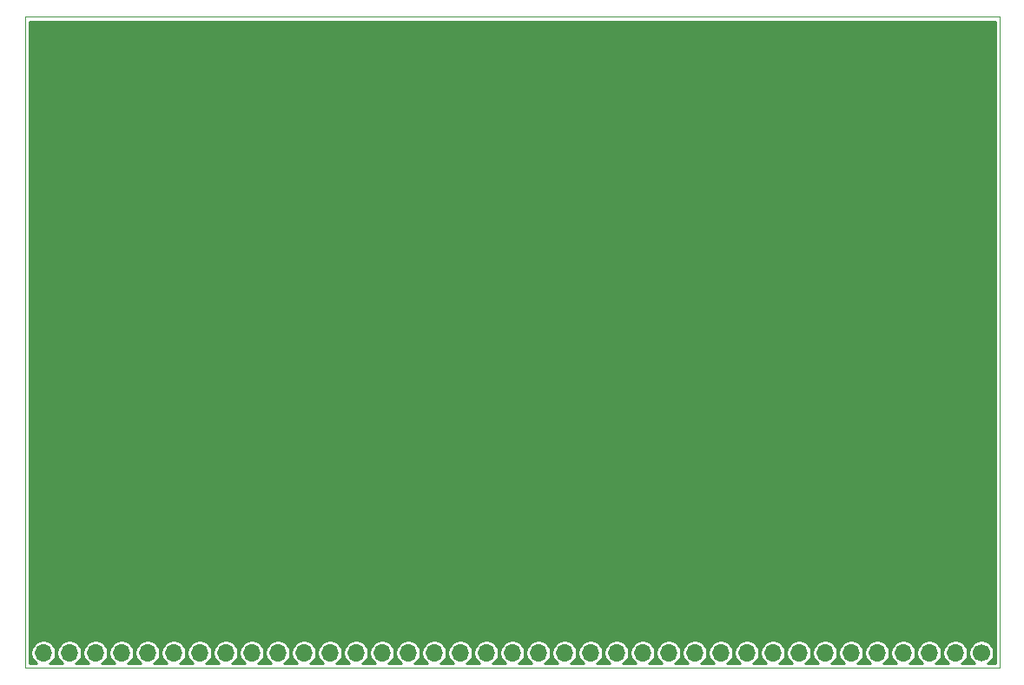
<source format=gbr>
G04 #@! TF.GenerationSoftware,KiCad,Pcbnew,(5.1.5)-3*
G04 #@! TF.CreationDate,2020-05-28T15:20:15-05:00*
G04 #@! TF.ProjectId,37P_TFT_Breakout,3337505f-5446-4545-9f42-7265616b6f75,rev?*
G04 #@! TF.SameCoordinates,Original*
G04 #@! TF.FileFunction,Copper,L2,Bot*
G04 #@! TF.FilePolarity,Positive*
%FSLAX46Y46*%
G04 Gerber Fmt 4.6, Leading zero omitted, Abs format (unit mm)*
G04 Created by KiCad (PCBNEW (5.1.5)-3) date 2020-05-28 15:20:15*
%MOMM*%
%LPD*%
G04 APERTURE LIST*
G04 #@! TA.AperFunction,Profile*
%ADD10C,0.120000*%
G04 #@! TD*
G04 #@! TA.AperFunction,ComponentPad*
%ADD11C,1.700000*%
G04 #@! TD*
G04 #@! TA.AperFunction,ComponentPad*
%ADD12O,1.700000X1.700000*%
G04 #@! TD*
G04 #@! TA.AperFunction,NonConductor*
%ADD13C,0.254000*%
G04 #@! TD*
G04 APERTURE END LIST*
D10*
X197500000Y-70000000D02*
X197500000Y-133500000D01*
X102500000Y-70000000D02*
X197500000Y-70000000D01*
X102500000Y-133500000D02*
X102500000Y-70000000D01*
X102500000Y-133500000D02*
X197500000Y-133500000D01*
D11*
G04 #@! TO.P,J1,1*
G04 #@! TO.N,VSSA*
X195720000Y-132000000D03*
D12*
G04 #@! TO.P,J1,2*
G04 #@! TO.N,VCCA*
X193180000Y-132000000D03*
G04 #@! TO.P,J1,3*
G04 #@! TO.N,VCCB*
X190640000Y-132000000D03*
G04 #@! TO.P,J1,4*
G04 #@! TO.N,LCD_CS*
X188100000Y-132000000D03*
G04 #@! TO.P,J1,5*
G04 #@! TO.N,LCD_DC*
X185560000Y-132000000D03*
G04 #@! TO.P,J1,6*
G04 #@! TO.N,LCD_WR*
X183020000Y-132000000D03*
G04 #@! TO.P,J1,7*
G04 #@! TO.N,LCD_RD*
X180480000Y-132000000D03*
G04 #@! TO.P,J1,8*
G04 #@! TO.N,LCD_RESET*
X177940000Y-132000000D03*
G04 #@! TO.P,J1,9*
G04 #@! TO.N,DB0*
X175400000Y-132000000D03*
G04 #@! TO.P,J1,10*
G04 #@! TO.N,DB1*
X172860000Y-132000000D03*
G04 #@! TO.P,J1,11*
G04 #@! TO.N,DB2*
X170320000Y-132000000D03*
G04 #@! TO.P,J1,12*
G04 #@! TO.N,DB3*
X167780000Y-132000000D03*
G04 #@! TO.P,J1,13*
G04 #@! TO.N,DB4*
X165240000Y-132000000D03*
G04 #@! TO.P,J1,14*
G04 #@! TO.N,DB5*
X162700000Y-132000000D03*
G04 #@! TO.P,J1,15*
G04 #@! TO.N,DB6*
X160160000Y-132000000D03*
G04 #@! TO.P,J1,16*
G04 #@! TO.N,DB7*
X157620000Y-132000000D03*
G04 #@! TO.P,J1,17*
G04 #@! TO.N,DB8*
X155080000Y-132000000D03*
G04 #@! TO.P,J1,18*
G04 #@! TO.N,DB9*
X152540000Y-132000000D03*
G04 #@! TO.P,J1,19*
G04 #@! TO.N,DB10*
X150000000Y-132000000D03*
G04 #@! TO.P,J1,20*
G04 #@! TO.N,DB11*
X147460000Y-132000000D03*
G04 #@! TO.P,J1,21*
G04 #@! TO.N,DB12*
X144920000Y-132000000D03*
G04 #@! TO.P,J1,22*
G04 #@! TO.N,DB13*
X142380000Y-132000000D03*
G04 #@! TO.P,J1,23*
G04 #@! TO.N,DB14*
X139840000Y-132000000D03*
G04 #@! TO.P,J1,24*
G04 #@! TO.N,DB15*
X137300000Y-132000000D03*
G04 #@! TO.P,J1,25*
G04 #@! TO.N,VSSB*
X134760000Y-132000000D03*
G04 #@! TO.P,J1,26*
G04 #@! TO.N,TS_Y-*
X132220000Y-132000000D03*
G04 #@! TO.P,J1,27*
G04 #@! TO.N,TS_X-*
X129680000Y-132000000D03*
G04 #@! TO.P,J1,28*
G04 #@! TO.N,TS_Y+*
X127140000Y-132000000D03*
G04 #@! TO.P,J1,29*
G04 #@! TO.N,TS_X+*
X124600000Y-132000000D03*
G04 #@! TO.P,J1,30*
G04 #@! TO.N,VSSC*
X122060000Y-132000000D03*
G04 #@! TO.P,J1,31*
G04 #@! TO.N,BL_7*
X119520000Y-132000000D03*
G04 #@! TO.P,J1,32*
G04 #@! TO.N,BL_6*
X116980000Y-132000000D03*
G04 #@! TO.P,J1,33*
G04 #@! TO.N,BL_5*
X114440000Y-132000000D03*
G04 #@! TO.P,J1,34*
G04 #@! TO.N,BL_4*
X111900000Y-132000000D03*
G04 #@! TO.P,J1,35*
G04 #@! TO.N,BL_3*
X109360000Y-132000000D03*
G04 #@! TO.P,J1,36*
G04 #@! TO.N,BL_2*
X106820000Y-132000000D03*
G04 #@! TO.P,J1,37*
G04 #@! TO.N,BL_1*
X104280000Y-132000000D03*
G04 #@! TD*
D13*
G36*
X197059001Y-133059000D02*
G01*
X196350836Y-133059000D01*
X196504717Y-132956180D01*
X196676180Y-132784717D01*
X196810898Y-132583097D01*
X196903693Y-132359069D01*
X196951000Y-132121243D01*
X196951000Y-131878757D01*
X196903693Y-131640931D01*
X196810898Y-131416903D01*
X196676180Y-131215283D01*
X196504717Y-131043820D01*
X196303097Y-130909102D01*
X196079069Y-130816307D01*
X195841243Y-130769000D01*
X195598757Y-130769000D01*
X195360931Y-130816307D01*
X195136903Y-130909102D01*
X194935283Y-131043820D01*
X194763820Y-131215283D01*
X194629102Y-131416903D01*
X194536307Y-131640931D01*
X194489000Y-131878757D01*
X194489000Y-132121243D01*
X194536307Y-132359069D01*
X194629102Y-132583097D01*
X194763820Y-132784717D01*
X194935283Y-132956180D01*
X195089164Y-133059000D01*
X193810836Y-133059000D01*
X193964717Y-132956180D01*
X194136180Y-132784717D01*
X194270898Y-132583097D01*
X194363693Y-132359069D01*
X194411000Y-132121243D01*
X194411000Y-131878757D01*
X194363693Y-131640931D01*
X194270898Y-131416903D01*
X194136180Y-131215283D01*
X193964717Y-131043820D01*
X193763097Y-130909102D01*
X193539069Y-130816307D01*
X193301243Y-130769000D01*
X193058757Y-130769000D01*
X192820931Y-130816307D01*
X192596903Y-130909102D01*
X192395283Y-131043820D01*
X192223820Y-131215283D01*
X192089102Y-131416903D01*
X191996307Y-131640931D01*
X191949000Y-131878757D01*
X191949000Y-132121243D01*
X191996307Y-132359069D01*
X192089102Y-132583097D01*
X192223820Y-132784717D01*
X192395283Y-132956180D01*
X192549164Y-133059000D01*
X191270836Y-133059000D01*
X191424717Y-132956180D01*
X191596180Y-132784717D01*
X191730898Y-132583097D01*
X191823693Y-132359069D01*
X191871000Y-132121243D01*
X191871000Y-131878757D01*
X191823693Y-131640931D01*
X191730898Y-131416903D01*
X191596180Y-131215283D01*
X191424717Y-131043820D01*
X191223097Y-130909102D01*
X190999069Y-130816307D01*
X190761243Y-130769000D01*
X190518757Y-130769000D01*
X190280931Y-130816307D01*
X190056903Y-130909102D01*
X189855283Y-131043820D01*
X189683820Y-131215283D01*
X189549102Y-131416903D01*
X189456307Y-131640931D01*
X189409000Y-131878757D01*
X189409000Y-132121243D01*
X189456307Y-132359069D01*
X189549102Y-132583097D01*
X189683820Y-132784717D01*
X189855283Y-132956180D01*
X190009164Y-133059000D01*
X188730836Y-133059000D01*
X188884717Y-132956180D01*
X189056180Y-132784717D01*
X189190898Y-132583097D01*
X189283693Y-132359069D01*
X189331000Y-132121243D01*
X189331000Y-131878757D01*
X189283693Y-131640931D01*
X189190898Y-131416903D01*
X189056180Y-131215283D01*
X188884717Y-131043820D01*
X188683097Y-130909102D01*
X188459069Y-130816307D01*
X188221243Y-130769000D01*
X187978757Y-130769000D01*
X187740931Y-130816307D01*
X187516903Y-130909102D01*
X187315283Y-131043820D01*
X187143820Y-131215283D01*
X187009102Y-131416903D01*
X186916307Y-131640931D01*
X186869000Y-131878757D01*
X186869000Y-132121243D01*
X186916307Y-132359069D01*
X187009102Y-132583097D01*
X187143820Y-132784717D01*
X187315283Y-132956180D01*
X187469164Y-133059000D01*
X186190836Y-133059000D01*
X186344717Y-132956180D01*
X186516180Y-132784717D01*
X186650898Y-132583097D01*
X186743693Y-132359069D01*
X186791000Y-132121243D01*
X186791000Y-131878757D01*
X186743693Y-131640931D01*
X186650898Y-131416903D01*
X186516180Y-131215283D01*
X186344717Y-131043820D01*
X186143097Y-130909102D01*
X185919069Y-130816307D01*
X185681243Y-130769000D01*
X185438757Y-130769000D01*
X185200931Y-130816307D01*
X184976903Y-130909102D01*
X184775283Y-131043820D01*
X184603820Y-131215283D01*
X184469102Y-131416903D01*
X184376307Y-131640931D01*
X184329000Y-131878757D01*
X184329000Y-132121243D01*
X184376307Y-132359069D01*
X184469102Y-132583097D01*
X184603820Y-132784717D01*
X184775283Y-132956180D01*
X184929164Y-133059000D01*
X183650836Y-133059000D01*
X183804717Y-132956180D01*
X183976180Y-132784717D01*
X184110898Y-132583097D01*
X184203693Y-132359069D01*
X184251000Y-132121243D01*
X184251000Y-131878757D01*
X184203693Y-131640931D01*
X184110898Y-131416903D01*
X183976180Y-131215283D01*
X183804717Y-131043820D01*
X183603097Y-130909102D01*
X183379069Y-130816307D01*
X183141243Y-130769000D01*
X182898757Y-130769000D01*
X182660931Y-130816307D01*
X182436903Y-130909102D01*
X182235283Y-131043820D01*
X182063820Y-131215283D01*
X181929102Y-131416903D01*
X181836307Y-131640931D01*
X181789000Y-131878757D01*
X181789000Y-132121243D01*
X181836307Y-132359069D01*
X181929102Y-132583097D01*
X182063820Y-132784717D01*
X182235283Y-132956180D01*
X182389164Y-133059000D01*
X181110836Y-133059000D01*
X181264717Y-132956180D01*
X181436180Y-132784717D01*
X181570898Y-132583097D01*
X181663693Y-132359069D01*
X181711000Y-132121243D01*
X181711000Y-131878757D01*
X181663693Y-131640931D01*
X181570898Y-131416903D01*
X181436180Y-131215283D01*
X181264717Y-131043820D01*
X181063097Y-130909102D01*
X180839069Y-130816307D01*
X180601243Y-130769000D01*
X180358757Y-130769000D01*
X180120931Y-130816307D01*
X179896903Y-130909102D01*
X179695283Y-131043820D01*
X179523820Y-131215283D01*
X179389102Y-131416903D01*
X179296307Y-131640931D01*
X179249000Y-131878757D01*
X179249000Y-132121243D01*
X179296307Y-132359069D01*
X179389102Y-132583097D01*
X179523820Y-132784717D01*
X179695283Y-132956180D01*
X179849164Y-133059000D01*
X178570836Y-133059000D01*
X178724717Y-132956180D01*
X178896180Y-132784717D01*
X179030898Y-132583097D01*
X179123693Y-132359069D01*
X179171000Y-132121243D01*
X179171000Y-131878757D01*
X179123693Y-131640931D01*
X179030898Y-131416903D01*
X178896180Y-131215283D01*
X178724717Y-131043820D01*
X178523097Y-130909102D01*
X178299069Y-130816307D01*
X178061243Y-130769000D01*
X177818757Y-130769000D01*
X177580931Y-130816307D01*
X177356903Y-130909102D01*
X177155283Y-131043820D01*
X176983820Y-131215283D01*
X176849102Y-131416903D01*
X176756307Y-131640931D01*
X176709000Y-131878757D01*
X176709000Y-132121243D01*
X176756307Y-132359069D01*
X176849102Y-132583097D01*
X176983820Y-132784717D01*
X177155283Y-132956180D01*
X177309164Y-133059000D01*
X176030836Y-133059000D01*
X176184717Y-132956180D01*
X176356180Y-132784717D01*
X176490898Y-132583097D01*
X176583693Y-132359069D01*
X176631000Y-132121243D01*
X176631000Y-131878757D01*
X176583693Y-131640931D01*
X176490898Y-131416903D01*
X176356180Y-131215283D01*
X176184717Y-131043820D01*
X175983097Y-130909102D01*
X175759069Y-130816307D01*
X175521243Y-130769000D01*
X175278757Y-130769000D01*
X175040931Y-130816307D01*
X174816903Y-130909102D01*
X174615283Y-131043820D01*
X174443820Y-131215283D01*
X174309102Y-131416903D01*
X174216307Y-131640931D01*
X174169000Y-131878757D01*
X174169000Y-132121243D01*
X174216307Y-132359069D01*
X174309102Y-132583097D01*
X174443820Y-132784717D01*
X174615283Y-132956180D01*
X174769164Y-133059000D01*
X173490836Y-133059000D01*
X173644717Y-132956180D01*
X173816180Y-132784717D01*
X173950898Y-132583097D01*
X174043693Y-132359069D01*
X174091000Y-132121243D01*
X174091000Y-131878757D01*
X174043693Y-131640931D01*
X173950898Y-131416903D01*
X173816180Y-131215283D01*
X173644717Y-131043820D01*
X173443097Y-130909102D01*
X173219069Y-130816307D01*
X172981243Y-130769000D01*
X172738757Y-130769000D01*
X172500931Y-130816307D01*
X172276903Y-130909102D01*
X172075283Y-131043820D01*
X171903820Y-131215283D01*
X171769102Y-131416903D01*
X171676307Y-131640931D01*
X171629000Y-131878757D01*
X171629000Y-132121243D01*
X171676307Y-132359069D01*
X171769102Y-132583097D01*
X171903820Y-132784717D01*
X172075283Y-132956180D01*
X172229164Y-133059000D01*
X170950836Y-133059000D01*
X171104717Y-132956180D01*
X171276180Y-132784717D01*
X171410898Y-132583097D01*
X171503693Y-132359069D01*
X171551000Y-132121243D01*
X171551000Y-131878757D01*
X171503693Y-131640931D01*
X171410898Y-131416903D01*
X171276180Y-131215283D01*
X171104717Y-131043820D01*
X170903097Y-130909102D01*
X170679069Y-130816307D01*
X170441243Y-130769000D01*
X170198757Y-130769000D01*
X169960931Y-130816307D01*
X169736903Y-130909102D01*
X169535283Y-131043820D01*
X169363820Y-131215283D01*
X169229102Y-131416903D01*
X169136307Y-131640931D01*
X169089000Y-131878757D01*
X169089000Y-132121243D01*
X169136307Y-132359069D01*
X169229102Y-132583097D01*
X169363820Y-132784717D01*
X169535283Y-132956180D01*
X169689164Y-133059000D01*
X168410836Y-133059000D01*
X168564717Y-132956180D01*
X168736180Y-132784717D01*
X168870898Y-132583097D01*
X168963693Y-132359069D01*
X169011000Y-132121243D01*
X169011000Y-131878757D01*
X168963693Y-131640931D01*
X168870898Y-131416903D01*
X168736180Y-131215283D01*
X168564717Y-131043820D01*
X168363097Y-130909102D01*
X168139069Y-130816307D01*
X167901243Y-130769000D01*
X167658757Y-130769000D01*
X167420931Y-130816307D01*
X167196903Y-130909102D01*
X166995283Y-131043820D01*
X166823820Y-131215283D01*
X166689102Y-131416903D01*
X166596307Y-131640931D01*
X166549000Y-131878757D01*
X166549000Y-132121243D01*
X166596307Y-132359069D01*
X166689102Y-132583097D01*
X166823820Y-132784717D01*
X166995283Y-132956180D01*
X167149164Y-133059000D01*
X165870836Y-133059000D01*
X166024717Y-132956180D01*
X166196180Y-132784717D01*
X166330898Y-132583097D01*
X166423693Y-132359069D01*
X166471000Y-132121243D01*
X166471000Y-131878757D01*
X166423693Y-131640931D01*
X166330898Y-131416903D01*
X166196180Y-131215283D01*
X166024717Y-131043820D01*
X165823097Y-130909102D01*
X165599069Y-130816307D01*
X165361243Y-130769000D01*
X165118757Y-130769000D01*
X164880931Y-130816307D01*
X164656903Y-130909102D01*
X164455283Y-131043820D01*
X164283820Y-131215283D01*
X164149102Y-131416903D01*
X164056307Y-131640931D01*
X164009000Y-131878757D01*
X164009000Y-132121243D01*
X164056307Y-132359069D01*
X164149102Y-132583097D01*
X164283820Y-132784717D01*
X164455283Y-132956180D01*
X164609164Y-133059000D01*
X163330836Y-133059000D01*
X163484717Y-132956180D01*
X163656180Y-132784717D01*
X163790898Y-132583097D01*
X163883693Y-132359069D01*
X163931000Y-132121243D01*
X163931000Y-131878757D01*
X163883693Y-131640931D01*
X163790898Y-131416903D01*
X163656180Y-131215283D01*
X163484717Y-131043820D01*
X163283097Y-130909102D01*
X163059069Y-130816307D01*
X162821243Y-130769000D01*
X162578757Y-130769000D01*
X162340931Y-130816307D01*
X162116903Y-130909102D01*
X161915283Y-131043820D01*
X161743820Y-131215283D01*
X161609102Y-131416903D01*
X161516307Y-131640931D01*
X161469000Y-131878757D01*
X161469000Y-132121243D01*
X161516307Y-132359069D01*
X161609102Y-132583097D01*
X161743820Y-132784717D01*
X161915283Y-132956180D01*
X162069164Y-133059000D01*
X160790836Y-133059000D01*
X160944717Y-132956180D01*
X161116180Y-132784717D01*
X161250898Y-132583097D01*
X161343693Y-132359069D01*
X161391000Y-132121243D01*
X161391000Y-131878757D01*
X161343693Y-131640931D01*
X161250898Y-131416903D01*
X161116180Y-131215283D01*
X160944717Y-131043820D01*
X160743097Y-130909102D01*
X160519069Y-130816307D01*
X160281243Y-130769000D01*
X160038757Y-130769000D01*
X159800931Y-130816307D01*
X159576903Y-130909102D01*
X159375283Y-131043820D01*
X159203820Y-131215283D01*
X159069102Y-131416903D01*
X158976307Y-131640931D01*
X158929000Y-131878757D01*
X158929000Y-132121243D01*
X158976307Y-132359069D01*
X159069102Y-132583097D01*
X159203820Y-132784717D01*
X159375283Y-132956180D01*
X159529164Y-133059000D01*
X158250836Y-133059000D01*
X158404717Y-132956180D01*
X158576180Y-132784717D01*
X158710898Y-132583097D01*
X158803693Y-132359069D01*
X158851000Y-132121243D01*
X158851000Y-131878757D01*
X158803693Y-131640931D01*
X158710898Y-131416903D01*
X158576180Y-131215283D01*
X158404717Y-131043820D01*
X158203097Y-130909102D01*
X157979069Y-130816307D01*
X157741243Y-130769000D01*
X157498757Y-130769000D01*
X157260931Y-130816307D01*
X157036903Y-130909102D01*
X156835283Y-131043820D01*
X156663820Y-131215283D01*
X156529102Y-131416903D01*
X156436307Y-131640931D01*
X156389000Y-131878757D01*
X156389000Y-132121243D01*
X156436307Y-132359069D01*
X156529102Y-132583097D01*
X156663820Y-132784717D01*
X156835283Y-132956180D01*
X156989164Y-133059000D01*
X155710836Y-133059000D01*
X155864717Y-132956180D01*
X156036180Y-132784717D01*
X156170898Y-132583097D01*
X156263693Y-132359069D01*
X156311000Y-132121243D01*
X156311000Y-131878757D01*
X156263693Y-131640931D01*
X156170898Y-131416903D01*
X156036180Y-131215283D01*
X155864717Y-131043820D01*
X155663097Y-130909102D01*
X155439069Y-130816307D01*
X155201243Y-130769000D01*
X154958757Y-130769000D01*
X154720931Y-130816307D01*
X154496903Y-130909102D01*
X154295283Y-131043820D01*
X154123820Y-131215283D01*
X153989102Y-131416903D01*
X153896307Y-131640931D01*
X153849000Y-131878757D01*
X153849000Y-132121243D01*
X153896307Y-132359069D01*
X153989102Y-132583097D01*
X154123820Y-132784717D01*
X154295283Y-132956180D01*
X154449164Y-133059000D01*
X153170836Y-133059000D01*
X153324717Y-132956180D01*
X153496180Y-132784717D01*
X153630898Y-132583097D01*
X153723693Y-132359069D01*
X153771000Y-132121243D01*
X153771000Y-131878757D01*
X153723693Y-131640931D01*
X153630898Y-131416903D01*
X153496180Y-131215283D01*
X153324717Y-131043820D01*
X153123097Y-130909102D01*
X152899069Y-130816307D01*
X152661243Y-130769000D01*
X152418757Y-130769000D01*
X152180931Y-130816307D01*
X151956903Y-130909102D01*
X151755283Y-131043820D01*
X151583820Y-131215283D01*
X151449102Y-131416903D01*
X151356307Y-131640931D01*
X151309000Y-131878757D01*
X151309000Y-132121243D01*
X151356307Y-132359069D01*
X151449102Y-132583097D01*
X151583820Y-132784717D01*
X151755283Y-132956180D01*
X151909164Y-133059000D01*
X150630836Y-133059000D01*
X150784717Y-132956180D01*
X150956180Y-132784717D01*
X151090898Y-132583097D01*
X151183693Y-132359069D01*
X151231000Y-132121243D01*
X151231000Y-131878757D01*
X151183693Y-131640931D01*
X151090898Y-131416903D01*
X150956180Y-131215283D01*
X150784717Y-131043820D01*
X150583097Y-130909102D01*
X150359069Y-130816307D01*
X150121243Y-130769000D01*
X149878757Y-130769000D01*
X149640931Y-130816307D01*
X149416903Y-130909102D01*
X149215283Y-131043820D01*
X149043820Y-131215283D01*
X148909102Y-131416903D01*
X148816307Y-131640931D01*
X148769000Y-131878757D01*
X148769000Y-132121243D01*
X148816307Y-132359069D01*
X148909102Y-132583097D01*
X149043820Y-132784717D01*
X149215283Y-132956180D01*
X149369164Y-133059000D01*
X148090836Y-133059000D01*
X148244717Y-132956180D01*
X148416180Y-132784717D01*
X148550898Y-132583097D01*
X148643693Y-132359069D01*
X148691000Y-132121243D01*
X148691000Y-131878757D01*
X148643693Y-131640931D01*
X148550898Y-131416903D01*
X148416180Y-131215283D01*
X148244717Y-131043820D01*
X148043097Y-130909102D01*
X147819069Y-130816307D01*
X147581243Y-130769000D01*
X147338757Y-130769000D01*
X147100931Y-130816307D01*
X146876903Y-130909102D01*
X146675283Y-131043820D01*
X146503820Y-131215283D01*
X146369102Y-131416903D01*
X146276307Y-131640931D01*
X146229000Y-131878757D01*
X146229000Y-132121243D01*
X146276307Y-132359069D01*
X146369102Y-132583097D01*
X146503820Y-132784717D01*
X146675283Y-132956180D01*
X146829164Y-133059000D01*
X145550836Y-133059000D01*
X145704717Y-132956180D01*
X145876180Y-132784717D01*
X146010898Y-132583097D01*
X146103693Y-132359069D01*
X146151000Y-132121243D01*
X146151000Y-131878757D01*
X146103693Y-131640931D01*
X146010898Y-131416903D01*
X145876180Y-131215283D01*
X145704717Y-131043820D01*
X145503097Y-130909102D01*
X145279069Y-130816307D01*
X145041243Y-130769000D01*
X144798757Y-130769000D01*
X144560931Y-130816307D01*
X144336903Y-130909102D01*
X144135283Y-131043820D01*
X143963820Y-131215283D01*
X143829102Y-131416903D01*
X143736307Y-131640931D01*
X143689000Y-131878757D01*
X143689000Y-132121243D01*
X143736307Y-132359069D01*
X143829102Y-132583097D01*
X143963820Y-132784717D01*
X144135283Y-132956180D01*
X144289164Y-133059000D01*
X143010836Y-133059000D01*
X143164717Y-132956180D01*
X143336180Y-132784717D01*
X143470898Y-132583097D01*
X143563693Y-132359069D01*
X143611000Y-132121243D01*
X143611000Y-131878757D01*
X143563693Y-131640931D01*
X143470898Y-131416903D01*
X143336180Y-131215283D01*
X143164717Y-131043820D01*
X142963097Y-130909102D01*
X142739069Y-130816307D01*
X142501243Y-130769000D01*
X142258757Y-130769000D01*
X142020931Y-130816307D01*
X141796903Y-130909102D01*
X141595283Y-131043820D01*
X141423820Y-131215283D01*
X141289102Y-131416903D01*
X141196307Y-131640931D01*
X141149000Y-131878757D01*
X141149000Y-132121243D01*
X141196307Y-132359069D01*
X141289102Y-132583097D01*
X141423820Y-132784717D01*
X141595283Y-132956180D01*
X141749164Y-133059000D01*
X140470836Y-133059000D01*
X140624717Y-132956180D01*
X140796180Y-132784717D01*
X140930898Y-132583097D01*
X141023693Y-132359069D01*
X141071000Y-132121243D01*
X141071000Y-131878757D01*
X141023693Y-131640931D01*
X140930898Y-131416903D01*
X140796180Y-131215283D01*
X140624717Y-131043820D01*
X140423097Y-130909102D01*
X140199069Y-130816307D01*
X139961243Y-130769000D01*
X139718757Y-130769000D01*
X139480931Y-130816307D01*
X139256903Y-130909102D01*
X139055283Y-131043820D01*
X138883820Y-131215283D01*
X138749102Y-131416903D01*
X138656307Y-131640931D01*
X138609000Y-131878757D01*
X138609000Y-132121243D01*
X138656307Y-132359069D01*
X138749102Y-132583097D01*
X138883820Y-132784717D01*
X139055283Y-132956180D01*
X139209164Y-133059000D01*
X137930836Y-133059000D01*
X138084717Y-132956180D01*
X138256180Y-132784717D01*
X138390898Y-132583097D01*
X138483693Y-132359069D01*
X138531000Y-132121243D01*
X138531000Y-131878757D01*
X138483693Y-131640931D01*
X138390898Y-131416903D01*
X138256180Y-131215283D01*
X138084717Y-131043820D01*
X137883097Y-130909102D01*
X137659069Y-130816307D01*
X137421243Y-130769000D01*
X137178757Y-130769000D01*
X136940931Y-130816307D01*
X136716903Y-130909102D01*
X136515283Y-131043820D01*
X136343820Y-131215283D01*
X136209102Y-131416903D01*
X136116307Y-131640931D01*
X136069000Y-131878757D01*
X136069000Y-132121243D01*
X136116307Y-132359069D01*
X136209102Y-132583097D01*
X136343820Y-132784717D01*
X136515283Y-132956180D01*
X136669164Y-133059000D01*
X135390836Y-133059000D01*
X135544717Y-132956180D01*
X135716180Y-132784717D01*
X135850898Y-132583097D01*
X135943693Y-132359069D01*
X135991000Y-132121243D01*
X135991000Y-131878757D01*
X135943693Y-131640931D01*
X135850898Y-131416903D01*
X135716180Y-131215283D01*
X135544717Y-131043820D01*
X135343097Y-130909102D01*
X135119069Y-130816307D01*
X134881243Y-130769000D01*
X134638757Y-130769000D01*
X134400931Y-130816307D01*
X134176903Y-130909102D01*
X133975283Y-131043820D01*
X133803820Y-131215283D01*
X133669102Y-131416903D01*
X133576307Y-131640931D01*
X133529000Y-131878757D01*
X133529000Y-132121243D01*
X133576307Y-132359069D01*
X133669102Y-132583097D01*
X133803820Y-132784717D01*
X133975283Y-132956180D01*
X134129164Y-133059000D01*
X132850836Y-133059000D01*
X133004717Y-132956180D01*
X133176180Y-132784717D01*
X133310898Y-132583097D01*
X133403693Y-132359069D01*
X133451000Y-132121243D01*
X133451000Y-131878757D01*
X133403693Y-131640931D01*
X133310898Y-131416903D01*
X133176180Y-131215283D01*
X133004717Y-131043820D01*
X132803097Y-130909102D01*
X132579069Y-130816307D01*
X132341243Y-130769000D01*
X132098757Y-130769000D01*
X131860931Y-130816307D01*
X131636903Y-130909102D01*
X131435283Y-131043820D01*
X131263820Y-131215283D01*
X131129102Y-131416903D01*
X131036307Y-131640931D01*
X130989000Y-131878757D01*
X130989000Y-132121243D01*
X131036307Y-132359069D01*
X131129102Y-132583097D01*
X131263820Y-132784717D01*
X131435283Y-132956180D01*
X131589164Y-133059000D01*
X130310836Y-133059000D01*
X130464717Y-132956180D01*
X130636180Y-132784717D01*
X130770898Y-132583097D01*
X130863693Y-132359069D01*
X130911000Y-132121243D01*
X130911000Y-131878757D01*
X130863693Y-131640931D01*
X130770898Y-131416903D01*
X130636180Y-131215283D01*
X130464717Y-131043820D01*
X130263097Y-130909102D01*
X130039069Y-130816307D01*
X129801243Y-130769000D01*
X129558757Y-130769000D01*
X129320931Y-130816307D01*
X129096903Y-130909102D01*
X128895283Y-131043820D01*
X128723820Y-131215283D01*
X128589102Y-131416903D01*
X128496307Y-131640931D01*
X128449000Y-131878757D01*
X128449000Y-132121243D01*
X128496307Y-132359069D01*
X128589102Y-132583097D01*
X128723820Y-132784717D01*
X128895283Y-132956180D01*
X129049164Y-133059000D01*
X127770836Y-133059000D01*
X127924717Y-132956180D01*
X128096180Y-132784717D01*
X128230898Y-132583097D01*
X128323693Y-132359069D01*
X128371000Y-132121243D01*
X128371000Y-131878757D01*
X128323693Y-131640931D01*
X128230898Y-131416903D01*
X128096180Y-131215283D01*
X127924717Y-131043820D01*
X127723097Y-130909102D01*
X127499069Y-130816307D01*
X127261243Y-130769000D01*
X127018757Y-130769000D01*
X126780931Y-130816307D01*
X126556903Y-130909102D01*
X126355283Y-131043820D01*
X126183820Y-131215283D01*
X126049102Y-131416903D01*
X125956307Y-131640931D01*
X125909000Y-131878757D01*
X125909000Y-132121243D01*
X125956307Y-132359069D01*
X126049102Y-132583097D01*
X126183820Y-132784717D01*
X126355283Y-132956180D01*
X126509164Y-133059000D01*
X125230836Y-133059000D01*
X125384717Y-132956180D01*
X125556180Y-132784717D01*
X125690898Y-132583097D01*
X125783693Y-132359069D01*
X125831000Y-132121243D01*
X125831000Y-131878757D01*
X125783693Y-131640931D01*
X125690898Y-131416903D01*
X125556180Y-131215283D01*
X125384717Y-131043820D01*
X125183097Y-130909102D01*
X124959069Y-130816307D01*
X124721243Y-130769000D01*
X124478757Y-130769000D01*
X124240931Y-130816307D01*
X124016903Y-130909102D01*
X123815283Y-131043820D01*
X123643820Y-131215283D01*
X123509102Y-131416903D01*
X123416307Y-131640931D01*
X123369000Y-131878757D01*
X123369000Y-132121243D01*
X123416307Y-132359069D01*
X123509102Y-132583097D01*
X123643820Y-132784717D01*
X123815283Y-132956180D01*
X123969164Y-133059000D01*
X122690836Y-133059000D01*
X122844717Y-132956180D01*
X123016180Y-132784717D01*
X123150898Y-132583097D01*
X123243693Y-132359069D01*
X123291000Y-132121243D01*
X123291000Y-131878757D01*
X123243693Y-131640931D01*
X123150898Y-131416903D01*
X123016180Y-131215283D01*
X122844717Y-131043820D01*
X122643097Y-130909102D01*
X122419069Y-130816307D01*
X122181243Y-130769000D01*
X121938757Y-130769000D01*
X121700931Y-130816307D01*
X121476903Y-130909102D01*
X121275283Y-131043820D01*
X121103820Y-131215283D01*
X120969102Y-131416903D01*
X120876307Y-131640931D01*
X120829000Y-131878757D01*
X120829000Y-132121243D01*
X120876307Y-132359069D01*
X120969102Y-132583097D01*
X121103820Y-132784717D01*
X121275283Y-132956180D01*
X121429164Y-133059000D01*
X120150836Y-133059000D01*
X120304717Y-132956180D01*
X120476180Y-132784717D01*
X120610898Y-132583097D01*
X120703693Y-132359069D01*
X120751000Y-132121243D01*
X120751000Y-131878757D01*
X120703693Y-131640931D01*
X120610898Y-131416903D01*
X120476180Y-131215283D01*
X120304717Y-131043820D01*
X120103097Y-130909102D01*
X119879069Y-130816307D01*
X119641243Y-130769000D01*
X119398757Y-130769000D01*
X119160931Y-130816307D01*
X118936903Y-130909102D01*
X118735283Y-131043820D01*
X118563820Y-131215283D01*
X118429102Y-131416903D01*
X118336307Y-131640931D01*
X118289000Y-131878757D01*
X118289000Y-132121243D01*
X118336307Y-132359069D01*
X118429102Y-132583097D01*
X118563820Y-132784717D01*
X118735283Y-132956180D01*
X118889164Y-133059000D01*
X117610836Y-133059000D01*
X117764717Y-132956180D01*
X117936180Y-132784717D01*
X118070898Y-132583097D01*
X118163693Y-132359069D01*
X118211000Y-132121243D01*
X118211000Y-131878757D01*
X118163693Y-131640931D01*
X118070898Y-131416903D01*
X117936180Y-131215283D01*
X117764717Y-131043820D01*
X117563097Y-130909102D01*
X117339069Y-130816307D01*
X117101243Y-130769000D01*
X116858757Y-130769000D01*
X116620931Y-130816307D01*
X116396903Y-130909102D01*
X116195283Y-131043820D01*
X116023820Y-131215283D01*
X115889102Y-131416903D01*
X115796307Y-131640931D01*
X115749000Y-131878757D01*
X115749000Y-132121243D01*
X115796307Y-132359069D01*
X115889102Y-132583097D01*
X116023820Y-132784717D01*
X116195283Y-132956180D01*
X116349164Y-133059000D01*
X115070836Y-133059000D01*
X115224717Y-132956180D01*
X115396180Y-132784717D01*
X115530898Y-132583097D01*
X115623693Y-132359069D01*
X115671000Y-132121243D01*
X115671000Y-131878757D01*
X115623693Y-131640931D01*
X115530898Y-131416903D01*
X115396180Y-131215283D01*
X115224717Y-131043820D01*
X115023097Y-130909102D01*
X114799069Y-130816307D01*
X114561243Y-130769000D01*
X114318757Y-130769000D01*
X114080931Y-130816307D01*
X113856903Y-130909102D01*
X113655283Y-131043820D01*
X113483820Y-131215283D01*
X113349102Y-131416903D01*
X113256307Y-131640931D01*
X113209000Y-131878757D01*
X113209000Y-132121243D01*
X113256307Y-132359069D01*
X113349102Y-132583097D01*
X113483820Y-132784717D01*
X113655283Y-132956180D01*
X113809164Y-133059000D01*
X112530836Y-133059000D01*
X112684717Y-132956180D01*
X112856180Y-132784717D01*
X112990898Y-132583097D01*
X113083693Y-132359069D01*
X113131000Y-132121243D01*
X113131000Y-131878757D01*
X113083693Y-131640931D01*
X112990898Y-131416903D01*
X112856180Y-131215283D01*
X112684717Y-131043820D01*
X112483097Y-130909102D01*
X112259069Y-130816307D01*
X112021243Y-130769000D01*
X111778757Y-130769000D01*
X111540931Y-130816307D01*
X111316903Y-130909102D01*
X111115283Y-131043820D01*
X110943820Y-131215283D01*
X110809102Y-131416903D01*
X110716307Y-131640931D01*
X110669000Y-131878757D01*
X110669000Y-132121243D01*
X110716307Y-132359069D01*
X110809102Y-132583097D01*
X110943820Y-132784717D01*
X111115283Y-132956180D01*
X111269164Y-133059000D01*
X109990836Y-133059000D01*
X110144717Y-132956180D01*
X110316180Y-132784717D01*
X110450898Y-132583097D01*
X110543693Y-132359069D01*
X110591000Y-132121243D01*
X110591000Y-131878757D01*
X110543693Y-131640931D01*
X110450898Y-131416903D01*
X110316180Y-131215283D01*
X110144717Y-131043820D01*
X109943097Y-130909102D01*
X109719069Y-130816307D01*
X109481243Y-130769000D01*
X109238757Y-130769000D01*
X109000931Y-130816307D01*
X108776903Y-130909102D01*
X108575283Y-131043820D01*
X108403820Y-131215283D01*
X108269102Y-131416903D01*
X108176307Y-131640931D01*
X108129000Y-131878757D01*
X108129000Y-132121243D01*
X108176307Y-132359069D01*
X108269102Y-132583097D01*
X108403820Y-132784717D01*
X108575283Y-132956180D01*
X108729164Y-133059000D01*
X107450836Y-133059000D01*
X107604717Y-132956180D01*
X107776180Y-132784717D01*
X107910898Y-132583097D01*
X108003693Y-132359069D01*
X108051000Y-132121243D01*
X108051000Y-131878757D01*
X108003693Y-131640931D01*
X107910898Y-131416903D01*
X107776180Y-131215283D01*
X107604717Y-131043820D01*
X107403097Y-130909102D01*
X107179069Y-130816307D01*
X106941243Y-130769000D01*
X106698757Y-130769000D01*
X106460931Y-130816307D01*
X106236903Y-130909102D01*
X106035283Y-131043820D01*
X105863820Y-131215283D01*
X105729102Y-131416903D01*
X105636307Y-131640931D01*
X105589000Y-131878757D01*
X105589000Y-132121243D01*
X105636307Y-132359069D01*
X105729102Y-132583097D01*
X105863820Y-132784717D01*
X106035283Y-132956180D01*
X106189164Y-133059000D01*
X104910836Y-133059000D01*
X105064717Y-132956180D01*
X105236180Y-132784717D01*
X105370898Y-132583097D01*
X105463693Y-132359069D01*
X105511000Y-132121243D01*
X105511000Y-131878757D01*
X105463693Y-131640931D01*
X105370898Y-131416903D01*
X105236180Y-131215283D01*
X105064717Y-131043820D01*
X104863097Y-130909102D01*
X104639069Y-130816307D01*
X104401243Y-130769000D01*
X104158757Y-130769000D01*
X103920931Y-130816307D01*
X103696903Y-130909102D01*
X103495283Y-131043820D01*
X103323820Y-131215283D01*
X103189102Y-131416903D01*
X103096307Y-131640931D01*
X103049000Y-131878757D01*
X103049000Y-132121243D01*
X103096307Y-132359069D01*
X103189102Y-132583097D01*
X103323820Y-132784717D01*
X103495283Y-132956180D01*
X103649164Y-133059000D01*
X102941000Y-133059000D01*
X102941000Y-70441000D01*
X197059000Y-70441000D01*
X197059001Y-133059000D01*
G37*
X197059001Y-133059000D02*
X196350836Y-133059000D01*
X196504717Y-132956180D01*
X196676180Y-132784717D01*
X196810898Y-132583097D01*
X196903693Y-132359069D01*
X196951000Y-132121243D01*
X196951000Y-131878757D01*
X196903693Y-131640931D01*
X196810898Y-131416903D01*
X196676180Y-131215283D01*
X196504717Y-131043820D01*
X196303097Y-130909102D01*
X196079069Y-130816307D01*
X195841243Y-130769000D01*
X195598757Y-130769000D01*
X195360931Y-130816307D01*
X195136903Y-130909102D01*
X194935283Y-131043820D01*
X194763820Y-131215283D01*
X194629102Y-131416903D01*
X194536307Y-131640931D01*
X194489000Y-131878757D01*
X194489000Y-132121243D01*
X194536307Y-132359069D01*
X194629102Y-132583097D01*
X194763820Y-132784717D01*
X194935283Y-132956180D01*
X195089164Y-133059000D01*
X193810836Y-133059000D01*
X193964717Y-132956180D01*
X194136180Y-132784717D01*
X194270898Y-132583097D01*
X194363693Y-132359069D01*
X194411000Y-132121243D01*
X194411000Y-131878757D01*
X194363693Y-131640931D01*
X194270898Y-131416903D01*
X194136180Y-131215283D01*
X193964717Y-131043820D01*
X193763097Y-130909102D01*
X193539069Y-130816307D01*
X193301243Y-130769000D01*
X193058757Y-130769000D01*
X192820931Y-130816307D01*
X192596903Y-130909102D01*
X192395283Y-131043820D01*
X192223820Y-131215283D01*
X192089102Y-131416903D01*
X191996307Y-131640931D01*
X191949000Y-131878757D01*
X191949000Y-132121243D01*
X191996307Y-132359069D01*
X192089102Y-132583097D01*
X192223820Y-132784717D01*
X192395283Y-132956180D01*
X192549164Y-133059000D01*
X191270836Y-133059000D01*
X191424717Y-132956180D01*
X191596180Y-132784717D01*
X191730898Y-132583097D01*
X191823693Y-132359069D01*
X191871000Y-132121243D01*
X191871000Y-131878757D01*
X191823693Y-131640931D01*
X191730898Y-131416903D01*
X191596180Y-131215283D01*
X191424717Y-131043820D01*
X191223097Y-130909102D01*
X190999069Y-130816307D01*
X190761243Y-130769000D01*
X190518757Y-130769000D01*
X190280931Y-130816307D01*
X190056903Y-130909102D01*
X189855283Y-131043820D01*
X189683820Y-131215283D01*
X189549102Y-131416903D01*
X189456307Y-131640931D01*
X189409000Y-131878757D01*
X189409000Y-132121243D01*
X189456307Y-132359069D01*
X189549102Y-132583097D01*
X189683820Y-132784717D01*
X189855283Y-132956180D01*
X190009164Y-133059000D01*
X188730836Y-133059000D01*
X188884717Y-132956180D01*
X189056180Y-132784717D01*
X189190898Y-132583097D01*
X189283693Y-132359069D01*
X189331000Y-132121243D01*
X189331000Y-131878757D01*
X189283693Y-131640931D01*
X189190898Y-131416903D01*
X189056180Y-131215283D01*
X188884717Y-131043820D01*
X188683097Y-130909102D01*
X188459069Y-130816307D01*
X188221243Y-130769000D01*
X187978757Y-130769000D01*
X187740931Y-130816307D01*
X187516903Y-130909102D01*
X187315283Y-131043820D01*
X187143820Y-131215283D01*
X187009102Y-131416903D01*
X186916307Y-131640931D01*
X186869000Y-131878757D01*
X186869000Y-132121243D01*
X186916307Y-132359069D01*
X187009102Y-132583097D01*
X187143820Y-132784717D01*
X187315283Y-132956180D01*
X187469164Y-133059000D01*
X186190836Y-133059000D01*
X186344717Y-132956180D01*
X186516180Y-132784717D01*
X186650898Y-132583097D01*
X186743693Y-132359069D01*
X186791000Y-132121243D01*
X186791000Y-131878757D01*
X186743693Y-131640931D01*
X186650898Y-131416903D01*
X186516180Y-131215283D01*
X186344717Y-131043820D01*
X186143097Y-130909102D01*
X185919069Y-130816307D01*
X185681243Y-130769000D01*
X185438757Y-130769000D01*
X185200931Y-130816307D01*
X184976903Y-130909102D01*
X184775283Y-131043820D01*
X184603820Y-131215283D01*
X184469102Y-131416903D01*
X184376307Y-131640931D01*
X184329000Y-131878757D01*
X184329000Y-132121243D01*
X184376307Y-132359069D01*
X184469102Y-132583097D01*
X184603820Y-132784717D01*
X184775283Y-132956180D01*
X184929164Y-133059000D01*
X183650836Y-133059000D01*
X183804717Y-132956180D01*
X183976180Y-132784717D01*
X184110898Y-132583097D01*
X184203693Y-132359069D01*
X184251000Y-132121243D01*
X184251000Y-131878757D01*
X184203693Y-131640931D01*
X184110898Y-131416903D01*
X183976180Y-131215283D01*
X183804717Y-131043820D01*
X183603097Y-130909102D01*
X183379069Y-130816307D01*
X183141243Y-130769000D01*
X182898757Y-130769000D01*
X182660931Y-130816307D01*
X182436903Y-130909102D01*
X182235283Y-131043820D01*
X182063820Y-131215283D01*
X181929102Y-131416903D01*
X181836307Y-131640931D01*
X181789000Y-131878757D01*
X181789000Y-132121243D01*
X181836307Y-132359069D01*
X181929102Y-132583097D01*
X182063820Y-132784717D01*
X182235283Y-132956180D01*
X182389164Y-133059000D01*
X181110836Y-133059000D01*
X181264717Y-132956180D01*
X181436180Y-132784717D01*
X181570898Y-132583097D01*
X181663693Y-132359069D01*
X181711000Y-132121243D01*
X181711000Y-131878757D01*
X181663693Y-131640931D01*
X181570898Y-131416903D01*
X181436180Y-131215283D01*
X181264717Y-131043820D01*
X181063097Y-130909102D01*
X180839069Y-130816307D01*
X180601243Y-130769000D01*
X180358757Y-130769000D01*
X180120931Y-130816307D01*
X179896903Y-130909102D01*
X179695283Y-131043820D01*
X179523820Y-131215283D01*
X179389102Y-131416903D01*
X179296307Y-131640931D01*
X179249000Y-131878757D01*
X179249000Y-132121243D01*
X179296307Y-132359069D01*
X179389102Y-132583097D01*
X179523820Y-132784717D01*
X179695283Y-132956180D01*
X179849164Y-133059000D01*
X178570836Y-133059000D01*
X178724717Y-132956180D01*
X178896180Y-132784717D01*
X179030898Y-132583097D01*
X179123693Y-132359069D01*
X179171000Y-132121243D01*
X179171000Y-131878757D01*
X179123693Y-131640931D01*
X179030898Y-131416903D01*
X178896180Y-131215283D01*
X178724717Y-131043820D01*
X178523097Y-130909102D01*
X178299069Y-130816307D01*
X178061243Y-130769000D01*
X177818757Y-130769000D01*
X177580931Y-130816307D01*
X177356903Y-130909102D01*
X177155283Y-131043820D01*
X176983820Y-131215283D01*
X176849102Y-131416903D01*
X176756307Y-131640931D01*
X176709000Y-131878757D01*
X176709000Y-132121243D01*
X176756307Y-132359069D01*
X176849102Y-132583097D01*
X176983820Y-132784717D01*
X177155283Y-132956180D01*
X177309164Y-133059000D01*
X176030836Y-133059000D01*
X176184717Y-132956180D01*
X176356180Y-132784717D01*
X176490898Y-132583097D01*
X176583693Y-132359069D01*
X176631000Y-132121243D01*
X176631000Y-131878757D01*
X176583693Y-131640931D01*
X176490898Y-131416903D01*
X176356180Y-131215283D01*
X176184717Y-131043820D01*
X175983097Y-130909102D01*
X175759069Y-130816307D01*
X175521243Y-130769000D01*
X175278757Y-130769000D01*
X175040931Y-130816307D01*
X174816903Y-130909102D01*
X174615283Y-131043820D01*
X174443820Y-131215283D01*
X174309102Y-131416903D01*
X174216307Y-131640931D01*
X174169000Y-131878757D01*
X174169000Y-132121243D01*
X174216307Y-132359069D01*
X174309102Y-132583097D01*
X174443820Y-132784717D01*
X174615283Y-132956180D01*
X174769164Y-133059000D01*
X173490836Y-133059000D01*
X173644717Y-132956180D01*
X173816180Y-132784717D01*
X173950898Y-132583097D01*
X174043693Y-132359069D01*
X174091000Y-132121243D01*
X174091000Y-131878757D01*
X174043693Y-131640931D01*
X173950898Y-131416903D01*
X173816180Y-131215283D01*
X173644717Y-131043820D01*
X173443097Y-130909102D01*
X173219069Y-130816307D01*
X172981243Y-130769000D01*
X172738757Y-130769000D01*
X172500931Y-130816307D01*
X172276903Y-130909102D01*
X172075283Y-131043820D01*
X171903820Y-131215283D01*
X171769102Y-131416903D01*
X171676307Y-131640931D01*
X171629000Y-131878757D01*
X171629000Y-132121243D01*
X171676307Y-132359069D01*
X171769102Y-132583097D01*
X171903820Y-132784717D01*
X172075283Y-132956180D01*
X172229164Y-133059000D01*
X170950836Y-133059000D01*
X171104717Y-132956180D01*
X171276180Y-132784717D01*
X171410898Y-132583097D01*
X171503693Y-132359069D01*
X171551000Y-132121243D01*
X171551000Y-131878757D01*
X171503693Y-131640931D01*
X171410898Y-131416903D01*
X171276180Y-131215283D01*
X171104717Y-131043820D01*
X170903097Y-130909102D01*
X170679069Y-130816307D01*
X170441243Y-130769000D01*
X170198757Y-130769000D01*
X169960931Y-130816307D01*
X169736903Y-130909102D01*
X169535283Y-131043820D01*
X169363820Y-131215283D01*
X169229102Y-131416903D01*
X169136307Y-131640931D01*
X169089000Y-131878757D01*
X169089000Y-132121243D01*
X169136307Y-132359069D01*
X169229102Y-132583097D01*
X169363820Y-132784717D01*
X169535283Y-132956180D01*
X169689164Y-133059000D01*
X168410836Y-133059000D01*
X168564717Y-132956180D01*
X168736180Y-132784717D01*
X168870898Y-132583097D01*
X168963693Y-132359069D01*
X169011000Y-132121243D01*
X169011000Y-131878757D01*
X168963693Y-131640931D01*
X168870898Y-131416903D01*
X168736180Y-131215283D01*
X168564717Y-131043820D01*
X168363097Y-130909102D01*
X168139069Y-130816307D01*
X167901243Y-130769000D01*
X167658757Y-130769000D01*
X167420931Y-130816307D01*
X167196903Y-130909102D01*
X166995283Y-131043820D01*
X166823820Y-131215283D01*
X166689102Y-131416903D01*
X166596307Y-131640931D01*
X166549000Y-131878757D01*
X166549000Y-132121243D01*
X166596307Y-132359069D01*
X166689102Y-132583097D01*
X166823820Y-132784717D01*
X166995283Y-132956180D01*
X167149164Y-133059000D01*
X165870836Y-133059000D01*
X166024717Y-132956180D01*
X166196180Y-132784717D01*
X166330898Y-132583097D01*
X166423693Y-132359069D01*
X166471000Y-132121243D01*
X166471000Y-131878757D01*
X166423693Y-131640931D01*
X166330898Y-131416903D01*
X166196180Y-131215283D01*
X166024717Y-131043820D01*
X165823097Y-130909102D01*
X165599069Y-130816307D01*
X165361243Y-130769000D01*
X165118757Y-130769000D01*
X164880931Y-130816307D01*
X164656903Y-130909102D01*
X164455283Y-131043820D01*
X164283820Y-131215283D01*
X164149102Y-131416903D01*
X164056307Y-131640931D01*
X164009000Y-131878757D01*
X164009000Y-132121243D01*
X164056307Y-132359069D01*
X164149102Y-132583097D01*
X164283820Y-132784717D01*
X164455283Y-132956180D01*
X164609164Y-133059000D01*
X163330836Y-133059000D01*
X163484717Y-132956180D01*
X163656180Y-132784717D01*
X163790898Y-132583097D01*
X163883693Y-132359069D01*
X163931000Y-132121243D01*
X163931000Y-131878757D01*
X163883693Y-131640931D01*
X163790898Y-131416903D01*
X163656180Y-131215283D01*
X163484717Y-131043820D01*
X163283097Y-130909102D01*
X163059069Y-130816307D01*
X162821243Y-130769000D01*
X162578757Y-130769000D01*
X162340931Y-130816307D01*
X162116903Y-130909102D01*
X161915283Y-131043820D01*
X161743820Y-131215283D01*
X161609102Y-131416903D01*
X161516307Y-131640931D01*
X161469000Y-131878757D01*
X161469000Y-132121243D01*
X161516307Y-132359069D01*
X161609102Y-132583097D01*
X161743820Y-132784717D01*
X161915283Y-132956180D01*
X162069164Y-133059000D01*
X160790836Y-133059000D01*
X160944717Y-132956180D01*
X161116180Y-132784717D01*
X161250898Y-132583097D01*
X161343693Y-132359069D01*
X161391000Y-132121243D01*
X161391000Y-131878757D01*
X161343693Y-131640931D01*
X161250898Y-131416903D01*
X161116180Y-131215283D01*
X160944717Y-131043820D01*
X160743097Y-130909102D01*
X160519069Y-130816307D01*
X160281243Y-130769000D01*
X160038757Y-130769000D01*
X159800931Y-130816307D01*
X159576903Y-130909102D01*
X159375283Y-131043820D01*
X159203820Y-131215283D01*
X159069102Y-131416903D01*
X158976307Y-131640931D01*
X158929000Y-131878757D01*
X158929000Y-132121243D01*
X158976307Y-132359069D01*
X159069102Y-132583097D01*
X159203820Y-132784717D01*
X159375283Y-132956180D01*
X159529164Y-133059000D01*
X158250836Y-133059000D01*
X158404717Y-132956180D01*
X158576180Y-132784717D01*
X158710898Y-132583097D01*
X158803693Y-132359069D01*
X158851000Y-132121243D01*
X158851000Y-131878757D01*
X158803693Y-131640931D01*
X158710898Y-131416903D01*
X158576180Y-131215283D01*
X158404717Y-131043820D01*
X158203097Y-130909102D01*
X157979069Y-130816307D01*
X157741243Y-130769000D01*
X157498757Y-130769000D01*
X157260931Y-130816307D01*
X157036903Y-130909102D01*
X156835283Y-131043820D01*
X156663820Y-131215283D01*
X156529102Y-131416903D01*
X156436307Y-131640931D01*
X156389000Y-131878757D01*
X156389000Y-132121243D01*
X156436307Y-132359069D01*
X156529102Y-132583097D01*
X156663820Y-132784717D01*
X156835283Y-132956180D01*
X156989164Y-133059000D01*
X155710836Y-133059000D01*
X155864717Y-132956180D01*
X156036180Y-132784717D01*
X156170898Y-132583097D01*
X156263693Y-132359069D01*
X156311000Y-132121243D01*
X156311000Y-131878757D01*
X156263693Y-131640931D01*
X156170898Y-131416903D01*
X156036180Y-131215283D01*
X155864717Y-131043820D01*
X155663097Y-130909102D01*
X155439069Y-130816307D01*
X155201243Y-130769000D01*
X154958757Y-130769000D01*
X154720931Y-130816307D01*
X154496903Y-130909102D01*
X154295283Y-131043820D01*
X154123820Y-131215283D01*
X153989102Y-131416903D01*
X153896307Y-131640931D01*
X153849000Y-131878757D01*
X153849000Y-132121243D01*
X153896307Y-132359069D01*
X153989102Y-132583097D01*
X154123820Y-132784717D01*
X154295283Y-132956180D01*
X154449164Y-133059000D01*
X153170836Y-133059000D01*
X153324717Y-132956180D01*
X153496180Y-132784717D01*
X153630898Y-132583097D01*
X153723693Y-132359069D01*
X153771000Y-132121243D01*
X153771000Y-131878757D01*
X153723693Y-131640931D01*
X153630898Y-131416903D01*
X153496180Y-131215283D01*
X153324717Y-131043820D01*
X153123097Y-130909102D01*
X152899069Y-130816307D01*
X152661243Y-130769000D01*
X152418757Y-130769000D01*
X152180931Y-130816307D01*
X151956903Y-130909102D01*
X151755283Y-131043820D01*
X151583820Y-131215283D01*
X151449102Y-131416903D01*
X151356307Y-131640931D01*
X151309000Y-131878757D01*
X151309000Y-132121243D01*
X151356307Y-132359069D01*
X151449102Y-132583097D01*
X151583820Y-132784717D01*
X151755283Y-132956180D01*
X151909164Y-133059000D01*
X150630836Y-133059000D01*
X150784717Y-132956180D01*
X150956180Y-132784717D01*
X151090898Y-132583097D01*
X151183693Y-132359069D01*
X151231000Y-132121243D01*
X151231000Y-131878757D01*
X151183693Y-131640931D01*
X151090898Y-131416903D01*
X150956180Y-131215283D01*
X150784717Y-131043820D01*
X150583097Y-130909102D01*
X150359069Y-130816307D01*
X150121243Y-130769000D01*
X149878757Y-130769000D01*
X149640931Y-130816307D01*
X149416903Y-130909102D01*
X149215283Y-131043820D01*
X149043820Y-131215283D01*
X148909102Y-131416903D01*
X148816307Y-131640931D01*
X148769000Y-131878757D01*
X148769000Y-132121243D01*
X148816307Y-132359069D01*
X148909102Y-132583097D01*
X149043820Y-132784717D01*
X149215283Y-132956180D01*
X149369164Y-133059000D01*
X148090836Y-133059000D01*
X148244717Y-132956180D01*
X148416180Y-132784717D01*
X148550898Y-132583097D01*
X148643693Y-132359069D01*
X148691000Y-132121243D01*
X148691000Y-131878757D01*
X148643693Y-131640931D01*
X148550898Y-131416903D01*
X148416180Y-131215283D01*
X148244717Y-131043820D01*
X148043097Y-130909102D01*
X147819069Y-130816307D01*
X147581243Y-130769000D01*
X147338757Y-130769000D01*
X147100931Y-130816307D01*
X146876903Y-130909102D01*
X146675283Y-131043820D01*
X146503820Y-131215283D01*
X146369102Y-131416903D01*
X146276307Y-131640931D01*
X146229000Y-131878757D01*
X146229000Y-132121243D01*
X146276307Y-132359069D01*
X146369102Y-132583097D01*
X146503820Y-132784717D01*
X146675283Y-132956180D01*
X146829164Y-133059000D01*
X145550836Y-133059000D01*
X145704717Y-132956180D01*
X145876180Y-132784717D01*
X146010898Y-132583097D01*
X146103693Y-132359069D01*
X146151000Y-132121243D01*
X146151000Y-131878757D01*
X146103693Y-131640931D01*
X146010898Y-131416903D01*
X145876180Y-131215283D01*
X145704717Y-131043820D01*
X145503097Y-130909102D01*
X145279069Y-130816307D01*
X145041243Y-130769000D01*
X144798757Y-130769000D01*
X144560931Y-130816307D01*
X144336903Y-130909102D01*
X144135283Y-131043820D01*
X143963820Y-131215283D01*
X143829102Y-131416903D01*
X143736307Y-131640931D01*
X143689000Y-131878757D01*
X143689000Y-132121243D01*
X143736307Y-132359069D01*
X143829102Y-132583097D01*
X143963820Y-132784717D01*
X144135283Y-132956180D01*
X144289164Y-133059000D01*
X143010836Y-133059000D01*
X143164717Y-132956180D01*
X143336180Y-132784717D01*
X143470898Y-132583097D01*
X143563693Y-132359069D01*
X143611000Y-132121243D01*
X143611000Y-131878757D01*
X143563693Y-131640931D01*
X143470898Y-131416903D01*
X143336180Y-131215283D01*
X143164717Y-131043820D01*
X142963097Y-130909102D01*
X142739069Y-130816307D01*
X142501243Y-130769000D01*
X142258757Y-130769000D01*
X142020931Y-130816307D01*
X141796903Y-130909102D01*
X141595283Y-131043820D01*
X141423820Y-131215283D01*
X141289102Y-131416903D01*
X141196307Y-131640931D01*
X141149000Y-131878757D01*
X141149000Y-132121243D01*
X141196307Y-132359069D01*
X141289102Y-132583097D01*
X141423820Y-132784717D01*
X141595283Y-132956180D01*
X141749164Y-133059000D01*
X140470836Y-133059000D01*
X140624717Y-132956180D01*
X140796180Y-132784717D01*
X140930898Y-132583097D01*
X141023693Y-132359069D01*
X141071000Y-132121243D01*
X141071000Y-131878757D01*
X141023693Y-131640931D01*
X140930898Y-131416903D01*
X140796180Y-131215283D01*
X140624717Y-131043820D01*
X140423097Y-130909102D01*
X140199069Y-130816307D01*
X139961243Y-130769000D01*
X139718757Y-130769000D01*
X139480931Y-130816307D01*
X139256903Y-130909102D01*
X139055283Y-131043820D01*
X138883820Y-131215283D01*
X138749102Y-131416903D01*
X138656307Y-131640931D01*
X138609000Y-131878757D01*
X138609000Y-132121243D01*
X138656307Y-132359069D01*
X138749102Y-132583097D01*
X138883820Y-132784717D01*
X139055283Y-132956180D01*
X139209164Y-133059000D01*
X137930836Y-133059000D01*
X138084717Y-132956180D01*
X138256180Y-132784717D01*
X138390898Y-132583097D01*
X138483693Y-132359069D01*
X138531000Y-132121243D01*
X138531000Y-131878757D01*
X138483693Y-131640931D01*
X138390898Y-131416903D01*
X138256180Y-131215283D01*
X138084717Y-131043820D01*
X137883097Y-130909102D01*
X137659069Y-130816307D01*
X137421243Y-130769000D01*
X137178757Y-130769000D01*
X136940931Y-130816307D01*
X136716903Y-130909102D01*
X136515283Y-131043820D01*
X136343820Y-131215283D01*
X136209102Y-131416903D01*
X136116307Y-131640931D01*
X136069000Y-131878757D01*
X136069000Y-132121243D01*
X136116307Y-132359069D01*
X136209102Y-132583097D01*
X136343820Y-132784717D01*
X136515283Y-132956180D01*
X136669164Y-133059000D01*
X135390836Y-133059000D01*
X135544717Y-132956180D01*
X135716180Y-132784717D01*
X135850898Y-132583097D01*
X135943693Y-132359069D01*
X135991000Y-132121243D01*
X135991000Y-131878757D01*
X135943693Y-131640931D01*
X135850898Y-131416903D01*
X135716180Y-131215283D01*
X135544717Y-131043820D01*
X135343097Y-130909102D01*
X135119069Y-130816307D01*
X134881243Y-130769000D01*
X134638757Y-130769000D01*
X134400931Y-130816307D01*
X134176903Y-130909102D01*
X133975283Y-131043820D01*
X133803820Y-131215283D01*
X133669102Y-131416903D01*
X133576307Y-131640931D01*
X133529000Y-131878757D01*
X133529000Y-132121243D01*
X133576307Y-132359069D01*
X133669102Y-132583097D01*
X133803820Y-132784717D01*
X133975283Y-132956180D01*
X134129164Y-133059000D01*
X132850836Y-133059000D01*
X133004717Y-132956180D01*
X133176180Y-132784717D01*
X133310898Y-132583097D01*
X133403693Y-132359069D01*
X133451000Y-132121243D01*
X133451000Y-131878757D01*
X133403693Y-131640931D01*
X133310898Y-131416903D01*
X133176180Y-131215283D01*
X133004717Y-131043820D01*
X132803097Y-130909102D01*
X132579069Y-130816307D01*
X132341243Y-130769000D01*
X132098757Y-130769000D01*
X131860931Y-130816307D01*
X131636903Y-130909102D01*
X131435283Y-131043820D01*
X131263820Y-131215283D01*
X131129102Y-131416903D01*
X131036307Y-131640931D01*
X130989000Y-131878757D01*
X130989000Y-132121243D01*
X131036307Y-132359069D01*
X131129102Y-132583097D01*
X131263820Y-132784717D01*
X131435283Y-132956180D01*
X131589164Y-133059000D01*
X130310836Y-133059000D01*
X130464717Y-132956180D01*
X130636180Y-132784717D01*
X130770898Y-132583097D01*
X130863693Y-132359069D01*
X130911000Y-132121243D01*
X130911000Y-131878757D01*
X130863693Y-131640931D01*
X130770898Y-131416903D01*
X130636180Y-131215283D01*
X130464717Y-131043820D01*
X130263097Y-130909102D01*
X130039069Y-130816307D01*
X129801243Y-130769000D01*
X129558757Y-130769000D01*
X129320931Y-130816307D01*
X129096903Y-130909102D01*
X128895283Y-131043820D01*
X128723820Y-131215283D01*
X128589102Y-131416903D01*
X128496307Y-131640931D01*
X128449000Y-131878757D01*
X128449000Y-132121243D01*
X128496307Y-132359069D01*
X128589102Y-132583097D01*
X128723820Y-132784717D01*
X128895283Y-132956180D01*
X129049164Y-133059000D01*
X127770836Y-133059000D01*
X127924717Y-132956180D01*
X128096180Y-132784717D01*
X128230898Y-132583097D01*
X128323693Y-132359069D01*
X128371000Y-132121243D01*
X128371000Y-131878757D01*
X128323693Y-131640931D01*
X128230898Y-131416903D01*
X128096180Y-131215283D01*
X127924717Y-131043820D01*
X127723097Y-130909102D01*
X127499069Y-130816307D01*
X127261243Y-130769000D01*
X127018757Y-130769000D01*
X126780931Y-130816307D01*
X126556903Y-130909102D01*
X126355283Y-131043820D01*
X126183820Y-131215283D01*
X126049102Y-131416903D01*
X125956307Y-131640931D01*
X125909000Y-131878757D01*
X125909000Y-132121243D01*
X125956307Y-132359069D01*
X126049102Y-132583097D01*
X126183820Y-132784717D01*
X126355283Y-132956180D01*
X126509164Y-133059000D01*
X125230836Y-133059000D01*
X125384717Y-132956180D01*
X125556180Y-132784717D01*
X125690898Y-132583097D01*
X125783693Y-132359069D01*
X125831000Y-132121243D01*
X125831000Y-131878757D01*
X125783693Y-131640931D01*
X125690898Y-131416903D01*
X125556180Y-131215283D01*
X125384717Y-131043820D01*
X125183097Y-130909102D01*
X124959069Y-130816307D01*
X124721243Y-130769000D01*
X124478757Y-130769000D01*
X124240931Y-130816307D01*
X124016903Y-130909102D01*
X123815283Y-131043820D01*
X123643820Y-131215283D01*
X123509102Y-131416903D01*
X123416307Y-131640931D01*
X123369000Y-131878757D01*
X123369000Y-132121243D01*
X123416307Y-132359069D01*
X123509102Y-132583097D01*
X123643820Y-132784717D01*
X123815283Y-132956180D01*
X123969164Y-133059000D01*
X122690836Y-133059000D01*
X122844717Y-132956180D01*
X123016180Y-132784717D01*
X123150898Y-132583097D01*
X123243693Y-132359069D01*
X123291000Y-132121243D01*
X123291000Y-131878757D01*
X123243693Y-131640931D01*
X123150898Y-131416903D01*
X123016180Y-131215283D01*
X122844717Y-131043820D01*
X122643097Y-130909102D01*
X122419069Y-130816307D01*
X122181243Y-130769000D01*
X121938757Y-130769000D01*
X121700931Y-130816307D01*
X121476903Y-130909102D01*
X121275283Y-131043820D01*
X121103820Y-131215283D01*
X120969102Y-131416903D01*
X120876307Y-131640931D01*
X120829000Y-131878757D01*
X120829000Y-132121243D01*
X120876307Y-132359069D01*
X120969102Y-132583097D01*
X121103820Y-132784717D01*
X121275283Y-132956180D01*
X121429164Y-133059000D01*
X120150836Y-133059000D01*
X120304717Y-132956180D01*
X120476180Y-132784717D01*
X120610898Y-132583097D01*
X120703693Y-132359069D01*
X120751000Y-132121243D01*
X120751000Y-131878757D01*
X120703693Y-131640931D01*
X120610898Y-131416903D01*
X120476180Y-131215283D01*
X120304717Y-131043820D01*
X120103097Y-130909102D01*
X119879069Y-130816307D01*
X119641243Y-130769000D01*
X119398757Y-130769000D01*
X119160931Y-130816307D01*
X118936903Y-130909102D01*
X118735283Y-131043820D01*
X118563820Y-131215283D01*
X118429102Y-131416903D01*
X118336307Y-131640931D01*
X118289000Y-131878757D01*
X118289000Y-132121243D01*
X118336307Y-132359069D01*
X118429102Y-132583097D01*
X118563820Y-132784717D01*
X118735283Y-132956180D01*
X118889164Y-133059000D01*
X117610836Y-133059000D01*
X117764717Y-132956180D01*
X117936180Y-132784717D01*
X118070898Y-132583097D01*
X118163693Y-132359069D01*
X118211000Y-132121243D01*
X118211000Y-131878757D01*
X118163693Y-131640931D01*
X118070898Y-131416903D01*
X117936180Y-131215283D01*
X117764717Y-131043820D01*
X117563097Y-130909102D01*
X117339069Y-130816307D01*
X117101243Y-130769000D01*
X116858757Y-130769000D01*
X116620931Y-130816307D01*
X116396903Y-130909102D01*
X116195283Y-131043820D01*
X116023820Y-131215283D01*
X115889102Y-131416903D01*
X115796307Y-131640931D01*
X115749000Y-131878757D01*
X115749000Y-132121243D01*
X115796307Y-132359069D01*
X115889102Y-132583097D01*
X116023820Y-132784717D01*
X116195283Y-132956180D01*
X116349164Y-133059000D01*
X115070836Y-133059000D01*
X115224717Y-132956180D01*
X115396180Y-132784717D01*
X115530898Y-132583097D01*
X115623693Y-132359069D01*
X115671000Y-132121243D01*
X115671000Y-131878757D01*
X115623693Y-131640931D01*
X115530898Y-131416903D01*
X115396180Y-131215283D01*
X115224717Y-131043820D01*
X115023097Y-130909102D01*
X114799069Y-130816307D01*
X114561243Y-130769000D01*
X114318757Y-130769000D01*
X114080931Y-130816307D01*
X113856903Y-130909102D01*
X113655283Y-131043820D01*
X113483820Y-131215283D01*
X113349102Y-131416903D01*
X113256307Y-131640931D01*
X113209000Y-131878757D01*
X113209000Y-132121243D01*
X113256307Y-132359069D01*
X113349102Y-132583097D01*
X113483820Y-132784717D01*
X113655283Y-132956180D01*
X113809164Y-133059000D01*
X112530836Y-133059000D01*
X112684717Y-132956180D01*
X112856180Y-132784717D01*
X112990898Y-132583097D01*
X113083693Y-132359069D01*
X113131000Y-132121243D01*
X113131000Y-131878757D01*
X113083693Y-131640931D01*
X112990898Y-131416903D01*
X112856180Y-131215283D01*
X112684717Y-131043820D01*
X112483097Y-130909102D01*
X112259069Y-130816307D01*
X112021243Y-130769000D01*
X111778757Y-130769000D01*
X111540931Y-130816307D01*
X111316903Y-130909102D01*
X111115283Y-131043820D01*
X110943820Y-131215283D01*
X110809102Y-131416903D01*
X110716307Y-131640931D01*
X110669000Y-131878757D01*
X110669000Y-132121243D01*
X110716307Y-132359069D01*
X110809102Y-132583097D01*
X110943820Y-132784717D01*
X111115283Y-132956180D01*
X111269164Y-133059000D01*
X109990836Y-133059000D01*
X110144717Y-132956180D01*
X110316180Y-132784717D01*
X110450898Y-132583097D01*
X110543693Y-132359069D01*
X110591000Y-132121243D01*
X110591000Y-131878757D01*
X110543693Y-131640931D01*
X110450898Y-131416903D01*
X110316180Y-131215283D01*
X110144717Y-131043820D01*
X109943097Y-130909102D01*
X109719069Y-130816307D01*
X109481243Y-130769000D01*
X109238757Y-130769000D01*
X109000931Y-130816307D01*
X108776903Y-130909102D01*
X108575283Y-131043820D01*
X108403820Y-131215283D01*
X108269102Y-131416903D01*
X108176307Y-131640931D01*
X108129000Y-131878757D01*
X108129000Y-132121243D01*
X108176307Y-132359069D01*
X108269102Y-132583097D01*
X108403820Y-132784717D01*
X108575283Y-132956180D01*
X108729164Y-133059000D01*
X107450836Y-133059000D01*
X107604717Y-132956180D01*
X107776180Y-132784717D01*
X107910898Y-132583097D01*
X108003693Y-132359069D01*
X108051000Y-132121243D01*
X108051000Y-131878757D01*
X108003693Y-131640931D01*
X107910898Y-131416903D01*
X107776180Y-131215283D01*
X107604717Y-131043820D01*
X107403097Y-130909102D01*
X107179069Y-130816307D01*
X106941243Y-130769000D01*
X106698757Y-130769000D01*
X106460931Y-130816307D01*
X106236903Y-130909102D01*
X106035283Y-131043820D01*
X105863820Y-131215283D01*
X105729102Y-131416903D01*
X105636307Y-131640931D01*
X105589000Y-131878757D01*
X105589000Y-132121243D01*
X105636307Y-132359069D01*
X105729102Y-132583097D01*
X105863820Y-132784717D01*
X106035283Y-132956180D01*
X106189164Y-133059000D01*
X104910836Y-133059000D01*
X105064717Y-132956180D01*
X105236180Y-132784717D01*
X105370898Y-132583097D01*
X105463693Y-132359069D01*
X105511000Y-132121243D01*
X105511000Y-131878757D01*
X105463693Y-131640931D01*
X105370898Y-131416903D01*
X105236180Y-131215283D01*
X105064717Y-131043820D01*
X104863097Y-130909102D01*
X104639069Y-130816307D01*
X104401243Y-130769000D01*
X104158757Y-130769000D01*
X103920931Y-130816307D01*
X103696903Y-130909102D01*
X103495283Y-131043820D01*
X103323820Y-131215283D01*
X103189102Y-131416903D01*
X103096307Y-131640931D01*
X103049000Y-131878757D01*
X103049000Y-132121243D01*
X103096307Y-132359069D01*
X103189102Y-132583097D01*
X103323820Y-132784717D01*
X103495283Y-132956180D01*
X103649164Y-133059000D01*
X102941000Y-133059000D01*
X102941000Y-70441000D01*
X197059000Y-70441000D01*
X197059001Y-133059000D01*
M02*

</source>
